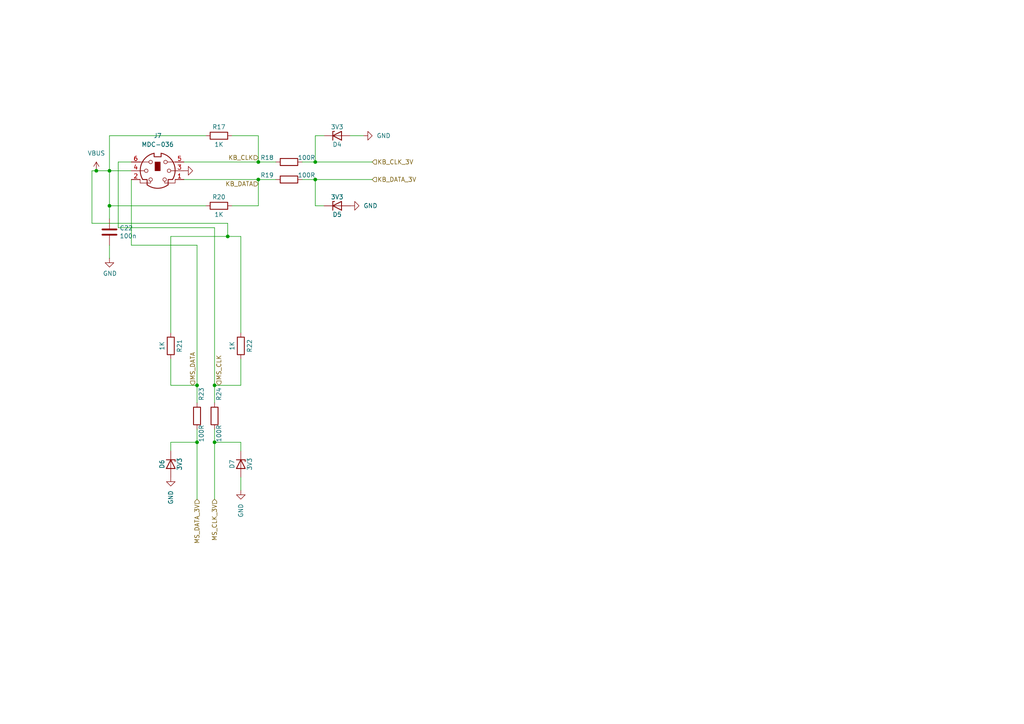
<source format=kicad_sch>
(kicad_sch (version 20250114) (generator "eeschema") (generator_version "9.0")
  (paper "A4")
  (title_block (title "MiniFRANK RM1E") (date "2025-04-15") (rev "${VERSION}") (company "Mikhail Matveev") (comment 1 "https://github.com/xtremespb/frank"))
  (lib_symbols
    (symbol "Connector:Mini-DIN-6" (pin_names (offset 1.016))
      (property "Reference" "J" (at 0 6.35 0))
      (property "Value" "Mini-DIN-6" (at 0 -6.35 0))
      (symbol "Mini-DIN-6_0_1"
        (polyline (pts (xy -4.318 -2.54) (xy -3.048 -2.54) (xy -3.048 -4.064)) (stroke (width 0.254)))
        (polyline (pts (xy -3.81 0) (xy -5.08 0)))
        (circle (center -3.302 0) (radius 0.508))
        (polyline (pts (xy -2.54 2.54) (xy -5.08 2.54)))
        (circle (center -2.032 2.54) (radius 0.508))
        (circle (center -2.032 -2.54) (radius 0.508))
        (polyline (pts (xy -2.032 -3.048) (xy -2.032 -3.556) (xy -5.08 -3.556) (xy -5.08 -2.54)))
        (polyline (pts (xy -1.016 5.08) (xy -1.016 4.064) (xy 1.016 4.064) (xy 1.016 5.08)) (stroke (width 0.254)))
        (rectangle (start -0.762 2.54) (end 0.762 0) (fill (type outline)))
        (arc (start 3.048 -4.064) (mid 0 -5.08) (end -3.048 -4.064) (stroke (width 0.254)))
        (arc (start 1.016 5.08) (mid 4.6646 2.1356) (end 4.318 -2.54) (stroke (width 0.254)))
        (arc (start -4.318 -2.54) (mid -4.6241 2.1181) (end -1.016 5.08) (stroke (width 0.254)))
        (circle (center 2.032 -2.54) (radius 0.508))
        (polyline (pts (xy 2.032 -3.048) (xy 2.032 -3.556) (xy 5.08 -3.556) (xy 5.08 -2.54)))
        (circle (center 2.286 2.54) (radius 0.508))
        (polyline (pts (xy 2.794 2.54) (xy 5.08 2.54)))
        (circle (center 3.302 0) (radius 0.508))
        (polyline (pts (xy 4.318 -2.54) (xy 3.048 -2.54) (xy 3.048 -4.064)) (stroke (width 0.254)))
        (polyline (pts (xy 5.08 0) (xy 3.81 0)))
      )
      (symbol "Mini-DIN-6_1_1"
        (pin passive line (at -7.62 2.54 0) (length 2.54) (name "~") (number "6"))
        (pin passive line (at -7.62 0 0) (length 2.54) (name "~") (number "4"))
        (pin passive line (at -7.62 -2.54 0) (length 2.54) (name "~") (number "2"))
        (pin passive line (at 7.62 2.54 180) (length 2.54) (name "~") (number "5"))
        (pin passive line (at 7.62 0 180) (length 2.54) (name "~") (number "3"))
        (pin passive line (at 7.62 -2.54 180) (length 2.54) (name "~") (number "1"))
      )
    )
    (symbol "Device:C" (pin_numbers (hide yes)) (pin_names (offset 0.254))
      (property "Reference" "C" (at 0.635 2.54 0))
      (property "Value" "C" (at 0.635 -2.54 0))
      (symbol "C_0_1"
        (polyline (pts (xy -2.032 0.762) (xy 2.032 0.762)) (stroke (width 0.508)))
        (polyline (pts (xy -2.032 -0.762) (xy 2.032 -0.762)) (stroke (width 0.508)))
      )
      (symbol "C_1_1"
        (pin passive line (at 0 3.81 270) (length 2.794) (name "~") (number "1"))
        (pin passive line (at 0 -3.81 90) (length 2.794) (name "~") (number "2"))
      )
    )
    (symbol "Device:D_Zener" (pin_numbers (hide yes)) (pin_names (offset 1.016) (hide yes))
      (property "Reference" "D" (at 0 2.54 0))
      (property "Value" "D_Zener" (at 0 -2.54 0))
      (symbol "D_Zener_0_1"
        (polyline (pts (xy -1.27 -1.27) (xy -1.27 1.27) (xy -0.762 1.27)) (stroke (width 0.254)))
        (polyline (pts (xy 1.27 0) (xy -1.27 0)))
        (polyline (pts (xy 1.27 -1.27) (xy 1.27 1.27) (xy -1.27 0) (xy 1.27 -1.27)) (stroke (width 0.254)))
      )
      (symbol "D_Zener_1_1"
        (pin passive line (at -3.81 0 0) (length 2.54) (name "K") (number "1"))
        (pin passive line (at 3.81 0 180) (length 2.54) (name "A") (number "2"))
      )
    )
    (symbol "Device:R" (pin_numbers (hide yes)) (pin_names (offset 0))
      (property "Reference" "R" (at 2.032 0 90))
      (property "Value" "R" (at 0 0 90))
      (symbol "R_0_1"
        (rectangle (start -1.016 -2.54) (end 1.016 2.54) (stroke (width 0.254)))
      )
      (symbol "R_1_1"
        (pin passive line (at 0 3.81 270) (length 1.27) (name "~") (number "1"))
        (pin passive line (at 0 -3.81 90) (length 1.27) (name "~") (number "2"))
      )
    )
    (symbol "GND_1" (power) (pin_numbers (hide yes)) (pin_names (offset 0) (hide yes))
      (property "Value" "GND" (at 0 -3.81 0))
      (symbol "GND_1_0_1"
        (polyline (pts (xy 0 0) (xy 0 -1.27) (xy 1.27 -1.27) (xy 0 -2.54) (xy -1.27 -1.27) (xy 0 -1.27)))
      )
      (symbol "GND_1_1_1"
        (pin power_in line (at 0 0 270) (length 0) (name "~") (number "1"))
      )
    )
    (symbol "GND_2" (power) (pin_numbers (hide yes)) (pin_names (offset 0) (hide yes))
      (property "Value" "GND" (at 0 -3.81 0))
      (symbol "GND_2_0_1"
        (polyline (pts (xy 0 0) (xy 0 -1.27) (xy 1.27 -1.27) (xy 0 -2.54) (xy -1.27 -1.27) (xy 0 -1.27)))
      )
      (symbol "GND_2_1_1"
        (pin power_in line (at 0 0 270) (length 0) (name "~") (number "1"))
      )
    )
    (symbol "GND_3" (power) (pin_numbers (hide yes)) (pin_names (offset 0) (hide yes))
      (property "Value" "GND" (at 0 -3.81 0))
      (symbol "GND_3_0_1"
        (polyline (pts (xy 0 0) (xy 0 -1.27) (xy 1.27 -1.27) (xy 0 -2.54) (xy -1.27 -1.27) (xy 0 -1.27)))
      )
      (symbol "GND_3_1_1"
        (pin power_in line (at 0 0 270) (length 0) (name "~") (number "1"))
      )
    )
    (symbol "GND_4" (power) (pin_numbers (hide yes)) (pin_names (offset 0) (hide yes))
      (property "Value" "GND" (at 0 -3.81 0))
      (symbol "GND_4_0_1"
        (polyline (pts (xy 0 0) (xy 0 -1.27) (xy 1.27 -1.27) (xy 0 -2.54) (xy -1.27 -1.27) (xy 0 -1.27)))
      )
      (symbol "GND_4_1_1"
        (pin power_in line (at 0 0 270) (length 0) (name "~") (number "1"))
      )
    )
    (symbol "GND_6" (power) (pin_numbers (hide yes)) (pin_names (offset 0) (hide yes))
      (property "Value" "GND" (at 0 -3.81 0))
      (symbol "GND_6_0_1"
        (polyline (pts (xy 0 0) (xy 0 -1.27) (xy 1.27 -1.27) (xy 0 -2.54) (xy -1.27 -1.27) (xy 0 -1.27)))
      )
      (symbol "GND_6_1_1"
        (pin power_in line (at 0 0 270) (length 0) (name "~") (number "1"))
      )
    )
    (symbol "power:GND" (power) (pin_numbers (hide yes)) (pin_names (offset 0) (hide yes))
      (property "Value" "GND" (at 0 -3.81 0))
      (symbol "GND_0_1"
        (polyline (pts (xy 0 0) (xy 0 -1.27) (xy 1.27 -1.27) (xy 0 -2.54) (xy -1.27 -1.27) (xy 0 -1.27)))
      )
      (symbol "GND_1_1"
        (pin power_in line (at 0 0 270) (length 0) (name "~") (number "1"))
      )
    )
    (symbol "power:VBUS" (power) (pin_numbers (hide yes)) (pin_names (offset 0) (hide yes))
      (property "Value" "VBUS" (at 0 3.556 0))
      (symbol "VBUS_0_1"
        (polyline (pts (xy -0.762 1.27) (xy 0 2.54)))
        (polyline (pts (xy 0 2.54) (xy 0.762 1.27)))
        (polyline (pts (xy 0 0) (xy 0 2.54)))
      )
      (symbol "VBUS_1_1"
        (pin power_in line (at 0 0 90) (length 0) (name "~") (number "1"))
      )
    )
  )
  (junction (at 91.44 52.07))
  (junction (at 57.15 128.27))
  (junction (at 66.04 68.58))
  (junction (at 57.15 111.76))
  (junction (at 74.93 46.99))
  (junction (at 31.75 49.53))
  (junction (at 91.44 46.99))
  (junction (at 62.23 128.27))
  (junction (at 31.75 59.69))
  (junction (at 62.23 111.76))
  (junction (at 74.93 52.07))
  (junction (at 27.94 49.53))
  (wire (pts (xy 57.15 128.27) (xy 57.15 144.78)))
  (wire (pts (xy 69.85 111.76) (xy 62.23 111.76)))
  (wire (pts (xy 69.85 128.27) (xy 62.23 128.27)))
  (wire (pts (xy 74.93 52.07) (xy 80.01 52.07)))
  (wire (pts (xy 74.93 46.99) (xy 80.01 46.99)))
  (wire (pts (xy 59.69 59.69) (xy 31.75 59.69)))
  (wire (pts (xy 49.53 96.52) (xy 49.53 68.58)))
  (wire (pts (xy 49.53 104.14) (xy 49.53 111.76)))
  (wire (pts (xy 27.94 49.53) (xy 26.67 49.53)))
  (wire (pts (xy 31.75 59.69) (xy 31.75 63.5)))
  (wire (pts (xy 31.75 39.37) (xy 31.75 49.53)))
  (wire (pts (xy 62.23 128.27) (xy 62.23 124.46)))
  (wire (pts (xy 62.23 128.27) (xy 62.23 144.78)))
  (wire (pts (xy 38.1 52.07) (xy 38.1 71.12)))
  (wire (pts (xy 101.6 39.37) (xy 105.41 39.37)))
  (wire (pts (xy 69.85 130.81) (xy 69.85 128.27)))
  (wire (pts (xy 91.44 52.07) (xy 87.63 52.07)))
  (wire (pts (xy 91.44 59.69) (xy 91.44 52.07)))
  (wire (pts (xy 69.85 104.14) (xy 69.85 111.76)))
  (wire (pts (xy 91.44 52.07) (xy 107.95 52.07)))
  (wire (pts (xy 31.75 59.69) (xy 31.75 49.53)))
  (wire (pts (xy 59.69 39.37) (xy 31.75 39.37)))
  (wire (pts (xy 38.1 46.99) (xy 34.29 46.99)))
  (wire (pts (xy 66.04 64.77) (xy 66.04 68.58)))
  (wire (pts (xy 66.04 68.58) (xy 69.85 68.58)))
  (wire (pts (xy 49.53 128.27) (xy 57.15 128.27)))
  (wire (pts (xy 93.98 59.69) (xy 91.44 59.69)))
  (wire (pts (xy 57.15 111.76) (xy 49.53 111.76)))
  (wire (pts (xy 93.98 39.37) (xy 91.44 39.37)))
  (wire (pts (xy 53.34 52.07) (xy 74.93 52.07)))
  (wire (pts (xy 34.29 46.99) (xy 34.29 66.04)))
  (wire (pts (xy 91.44 46.99) (xy 107.95 46.99)))
  (wire (pts (xy 38.1 71.12) (xy 57.15 71.12)))
  (wire (pts (xy 91.44 39.37) (xy 91.44 46.99)))
  (wire (pts (xy 31.75 49.53) (xy 38.1 49.53)))
  (wire (pts (xy 31.75 49.53) (xy 27.94 49.53)))
  (wire (pts (xy 67.31 59.69) (xy 74.93 59.69)))
  (wire (pts (xy 74.93 39.37) (xy 74.93 46.99)))
  (wire (pts (xy 26.67 64.77) (xy 66.04 64.77)))
  (wire (pts (xy 62.23 111.76) (xy 62.23 116.84)))
  (wire (pts (xy 49.53 130.81) (xy 49.53 128.27)))
  (wire (pts (xy 57.15 71.12) (xy 57.15 111.76)))
  (wire (pts (xy 57.15 128.27) (xy 57.15 124.46)))
  (wire (pts (xy 34.29 66.04) (xy 62.23 66.04)))
  (wire (pts (xy 26.67 49.53) (xy 26.67 64.77)))
  (wire (pts (xy 53.34 46.99) (xy 74.93 46.99)))
  (wire (pts (xy 69.85 96.52) (xy 69.85 68.58)))
  (wire (pts (xy 67.31 39.37) (xy 74.93 39.37)))
  (wire (pts (xy 31.75 71.12) (xy 31.75 74.93)))
  (wire (pts (xy 49.53 68.58) (xy 66.04 68.58)))
  (wire (pts (xy 74.93 52.07) (xy 74.93 59.69)))
  (wire (pts (xy 62.23 66.04) (xy 62.23 111.76)))
  (wire (pts (xy 57.15 111.76) (xy 57.15 116.84)))
  (wire (pts (xy 91.44 46.99) (xy 87.63 46.99)))
  (wire (pts (xy 69.85 138.43) (xy 69.85 142.24)))
  (hierarchical_label "MS_CLK_3V" (shape input) (at 62.23 144.78 270))
  (hierarchical_label "MS_CLK" (shape input) (at 63.5 111.76 90))
  (hierarchical_label "KB_CLK" (shape input) (at 74.93 45.72 180))
  (hierarchical_label "KB_DATA_3V" (shape input) (at 107.95 52.07 0))
  (hierarchical_label "MS_DATA_3V" (shape input) (at 57.15 144.78 270))
  (hierarchical_label "MS_DATA" (shape input) (at 55.88 111.76 90))
  (hierarchical_label "KB_CLK_3V" (shape input) (at 107.95 46.99 0))
  (hierarchical_label "KB_DATA" (shape input) (at 74.93 53.34 180))
  (symbol (lib_name "GND_6") (lib_id "power:GND") (at 101.6 59.69 90) (unit 1)
    (property "Reference" "#PWR055" (effects (hide yes)))
    (property "Value" "GND" (at 105.41 59.6899 90) (effects (justify right)))
    (property "Description" "Power symbol creates a global label with name \"GND\" , ground" (effects (hide yes)))
  )
  (symbol (lib_id "Device:D_Zener") (at 97.79 59.69 0) (unit 1)
    (property "Reference" "D5" (at 97.79 62.23 0))
    (property "Value" "3V3" (at 97.79 57.15 0))
    (property "Footprint" "FRANK:Diode (SOD-523)" (effects (hide yes)))
    (property "Datasheet" "https://www.vishay.com/docs/83335/bzx384g.pdf" (effects (hide yes)))
    (property "AliExpress" "https://www.aliexpress.com/item/1005006143480992.html" (effects (hide yes)))
  )
  (symbol (lib_name "GND_3") (lib_id "power:GND") (at 31.75 74.93 0) (unit 1)
    (property "Reference" "#PWR056" (effects (hide yes)))
    (property "Value" "GND" (at 31.877 79.3242 0))
    (property "Description" "Power symbol creates a global label with name \"GND\" , ground" (effects (hide yes)))
  )
  (symbol (lib_id "Device:R") (at 49.53 100.33 0) (unit 1)
    (property "Reference" "R21" (at 52.07 100.33 90))
    (property "Value" "1K" (at 46.99 100.33 90))
    (property "Footprint" "FRANK:Resistor (0402)" (effects (hide yes)))
    (property "Datasheet" "https://www.vishay.com/docs/28952/mcs0402at-mct0603at-mcu0805at-mca1206at.pdf" (effects (hide yes)))
    (property "AliExpress" "https://www.aliexpress.com/item/1005005945735199.html" (effects (hide yes)))
  )
  (symbol (lib_name "GND_1") (lib_id "power:GND") (at 69.85 142.24 0) (unit 1)
    (property "Reference" "#PWR058" (effects (hide yes)))
    (property "Value" "GND" (at 69.8501 146.05 90) (effects (justify right)))
    (property "Description" "Power symbol creates a global label with name \"GND\" , ground" (effects (hide yes)))
  )
  (symbol (lib_id "Device:R") (at 83.82 52.07 90) (unit 1)
    (property "Reference" "R19" (at 77.47 50.8 90))
    (property "Value" "100R" (at 88.9 50.8 90))
    (property "Footprint" "FRANK:Resistor (0402)" (effects (hide yes)))
    (property "Datasheet" "https://www.vishay.com/docs/28952/mcs0402at-mct0603at-mcu0805at-mca1206at.pdf" (effects (hide yes)))
    (property "AliExpress" "https://www.aliexpress.com/item/1005005945735199.html" (effects (hide yes)))
  )
  (symbol (lib_id "Device:R") (at 69.85 100.33 0) (unit 1)
    (property "Reference" "R22" (at 72.39 100.33 90))
    (property "Value" "1K" (at 67.31 100.33 90))
    (property "Footprint" "FRANK:Resistor (0402)" (effects (hide yes)))
    (property "Datasheet" "https://www.vishay.com/docs/28952/mcs0402at-mct0603at-mcu0805at-mca1206at.pdf" (effects (hide yes)))
    (property "AliExpress" "https://www.aliexpress.com/item/1005005945735199.html" (effects (hide yes)))
  )
  (symbol (lib_id "Device:R") (at 83.82 46.99 90) (unit 1)
    (property "Reference" "R18" (at 77.47 45.72 90))
    (property "Value" "100R" (at 88.9 45.72 90))
    (property "Footprint" "FRANK:Resistor (0402)" (effects (hide yes)))
    (property "Datasheet" "https://www.vishay.com/docs/28952/mcs0402at-mct0603at-mcu0805at-mca1206at.pdf" (effects (hide yes)))
    (property "AliExpress" "https://www.aliexpress.com/item/1005005945735199.html" (effects (hide yes)))
  )
  (symbol (lib_id "Device:R") (at 57.15 120.65 0) (unit 1)
    (property "Reference" "R23" (at 58.42 114.3 90))
    (property "Value" "100R" (at 58.42 125.73 90))
    (property "Footprint" "FRANK:Resistor (0402)" (effects (hide yes)))
    (property "Datasheet" "https://www.vishay.com/docs/28952/mcs0402at-mct0603at-mcu0805at-mca1206at.pdf" (effects (hide yes)))
    (property "AliExpress" "https://www.aliexpress.com/item/1005005945735199.html" (effects (hide yes)))
  )
  (symbol (lib_name "GND_4") (lib_id "power:GND") (at 105.41 39.37 90) (unit 1)
    (property "Reference" "#PWR052" (effects (hide yes)))
    (property "Value" "GND" (at 109.22 39.3699 90) (effects (justify right)))
    (property "Description" "Power symbol creates a global label with name \"GND\" , ground" (effects (hide yes)))
  )
  (symbol (lib_id "Device:D_Zener") (at 49.53 134.62 270) (unit 1)
    (property "Reference" "D6" (at 46.99 134.62 0))
    (property "Value" "3V3" (at 52.07 134.62 0))
    (property "Footprint" "FRANK:Diode (SOD-523)" (effects (hide yes)))
    (property "Datasheet" "https://www.vishay.com/docs/83335/bzx384g.pdf" (effects (hide yes)))
    (property "AliExpress" "https://www.aliexpress.com/item/1005006143480992.html" (effects (hide yes)))
  )
  (symbol (lib_id "power:VBUS") (at 27.94 49.53 0) (unit 1)
    (property "Reference" "#PWR053" (effects (hide yes)))
    (property "Value" "VBUS" (at 27.94 44.45 0))
    (property "Description" "Power symbol creates a global label with name \"VBUS\"" (effects (hide yes)))
  )
  (symbol (lib_id "Device:R") (at 63.5 59.69 90) (unit 1)
    (property "Reference" "R20" (at 63.5 57.15 90))
    (property "Value" "1K" (at 63.5 62.23 90))
    (property "Footprint" "FRANK:Resistor (0402)" (effects (hide yes)))
    (property "Datasheet" "https://www.vishay.com/docs/28952/mcs0402at-mct0603at-mcu0805at-mca1206at.pdf" (effects (hide yes)))
    (property "AliExpress" "https://www.aliexpress.com/item/1005005945735199.html" (effects (hide yes)))
  )
  (symbol (lib_id "Device:R") (at 63.5 39.37 90) (unit 1)
    (property "Reference" "R17" (at 63.5 36.83 90))
    (property "Value" "1K" (at 63.5 41.91 90))
    (property "Footprint" "FRANK:Resistor (0402)" (effects (hide yes)))
    (property "Datasheet" "https://www.vishay.com/docs/28952/mcs0402at-mct0603at-mcu0805at-mca1206at.pdf" (effects (hide yes)))
    (property "AliExpress" "https://www.aliexpress.com/item/1005005945735199.html" (effects (hide yes)))
  )
  (symbol (lib_id "Connector:Mini-DIN-6") (at 45.72 49.53 0) (unit 1)
    (property "Reference" "J7" (at 45.7377 39.37 0))
    (property "Value" "MDC-036" (at 45.7377 41.91 0))
    (property "Footprint" "FRANK:MiniDIN (6 Pin, female)" (effects (hide yes)))
    (property "Datasheet" "http://service.powerdynamics.com/ec/Catalog17/Section%2011.pdf" (effects (hide yes)))
    (property "AliExpress" "https://www.aliexpress.com/item/4000106131593.html" (effects (hide yes)))
  )
  (symbol (lib_id "power:GND") (at 53.34 49.53 90) (unit 1)
    (property "Reference" "#PWR054" (effects (hide yes)))
    (property "Value" "GND" (effects (hide yes)))
    (property "Description" "Power symbol creates a global label with name \"GND\" , ground" (effects (hide yes)))
  )
  (symbol (lib_name "GND_2") (lib_id "power:GND") (at 49.53 138.43 0) (unit 1)
    (property "Reference" "#PWR057" (effects (hide yes)))
    (property "Value" "GND" (at 49.5301 142.24 90) (effects (justify right)))
    (property "Description" "Power symbol creates a global label with name \"GND\" , ground" (effects (hide yes)))
  )
  (symbol (lib_id "Device:D_Zener") (at 97.79 39.37 0) (unit 1)
    (property "Reference" "D4" (at 97.79 41.91 0))
    (property "Value" "3V3" (at 97.79 36.83 0))
    (property "Footprint" "FRANK:Diode (SOD-523)" (effects (hide yes)))
    (property "Datasheet" "https://www.vishay.com/docs/83335/bzx384g.pdf" (effects (hide yes)))
    (property "AliExpress" "https://www.aliexpress.com/item/1005006143480992.html" (effects (hide yes)))
  )
  (symbol (lib_id "Device:R") (at 62.23 120.65 0) (unit 1)
    (property "Reference" "R24" (at 63.5 114.3 90))
    (property "Value" "100R" (at 63.5 125.73 90))
    (property "Footprint" "FRANK:Resistor (0402)" (effects (hide yes)))
    (property "Datasheet" "https://www.vishay.com/docs/28952/mcs0402at-mct0603at-mcu0805at-mca1206at.pdf" (effects (hide yes)))
    (property "AliExpress" "https://www.aliexpress.com/item/1005005945735199.html" (effects (hide yes)))
  )
  (symbol (lib_id "Device:D_Zener") (at 69.85 134.62 270) (unit 1)
    (property "Reference" "D7" (at 67.31 134.62 0))
    (property "Value" "3V3" (at 72.39 134.62 0))
    (property "Footprint" "FRANK:Diode (SOD-523)" (effects (hide yes)))
    (property "Datasheet" "https://www.vishay.com/docs/83335/bzx384g.pdf" (effects (hide yes)))
    (property "AliExpress" "https://www.aliexpress.com/item/1005006143480992.html" (effects (hide yes)))
  )
  (symbol (lib_id "Device:C") (at 31.75 67.31 0) (unit 1)
    (property "Reference" "C22" (at 34.671 66.1416 0) (effects (justify left)))
    (property "Value" "100n" (at 34.671 68.453 0) (effects (justify left)))
    (property "Footprint" "FRANK:Capacitor (0402)" (effects (hide yes)))
    (property "Datasheet" "https://eu.mouser.com/datasheet/2/40/KGM_X7R-3223212.pdf" (effects (hide yes)))
    (property "AliExpress" "https://www.aliexpress.com/item/33008008276.html" (effects (hide yes)))
  )
)
</source>
